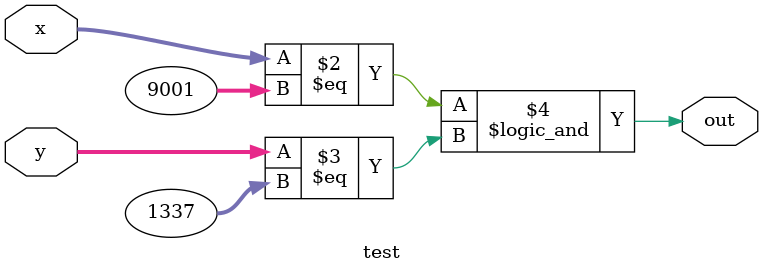
<source format=v>
module test(x, y, out);
    input [31:0] x;
    input [31:0] y;
    // output [31:0] out;
    // input x;
    // input y;
    output out;

    reg [31:0] tmp;
    // wire tmp;
    initial begin
        // tmp = x*y;
        // out = tmp == 1;
        out = (x == 9001) && (y == 1337);
    end
    // assign out = tmp;
endmodule

</source>
